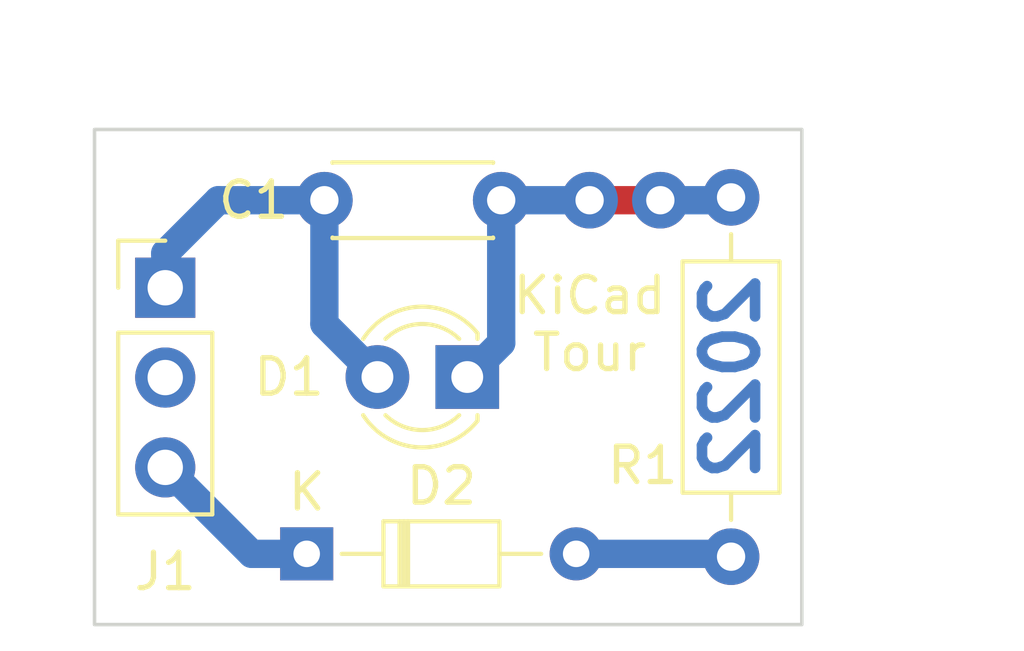
<source format=kicad_pcb>
(kicad_pcb (version 20211014) (generator pcbnew)
  (title_block (title "Kicad Tour 6.0") (date "2022-06-14") (company "Taller de lectrónica y Posgrado de Fiuba"))
  (layers (0 "F.Cu" signal) (31 "B.Cu" signal) (34 "B.Paste" user) (35 "F.Paste" user) (36 "B.SilkS" user "B.Silkscreen") (37 "F.SilkS" user "F.Silkscreen") (38 "B.Mask" user) (39 "F.Mask" user) (44 "Edge.Cuts" user))
  (net 0 "")
  (net 2 "Net-(C1-Pad1)")
  (net 3 "Net-(C1-Pad2)")
  (net 4 "Net-(D2-Pad2)")
  (net 5 "Net-(D2-Pad1)")
  (footprint "LED_THT:LED_D3.0mm" (layer "F.Cu") (at 143.54 99.5 180)
    (fp_text reference "D1" (at 5.04 0) (layer "F.SilkS"))
    (fp_text value "LED 3mm rojo")
    (fp_line (start -0.29 1.08) (end -0.29 1.236) (layer "F.SilkS") (width 0.12))
    (fp_line (start -0.29 -1.236) (end -0.29 -1.08) (layer "F.SilkS") (width 0.12))
    (fp_arc (start 0.229039 -1.08) (mid 1.270117 -1.5) (end 2.31113 -1.079837) (layer "F.SilkS") (width 0.12))
    (fp_arc (start -0.29 -1.235516) (mid 1.366487 -1.987659) (end 2.942335 -1.078608) (layer "F.SilkS") (width 0.12))
    (fp_arc (start 2.942335 1.078608) (mid 1.366487 1.987659) (end -0.29 1.235516) (layer "F.SilkS") (width 0.12))
    (fp_arc (start 2.31113 1.079837) (mid 1.270117 1.5) (end 0.229039 1.08) (layer "F.SilkS") (width 0.12))
    (pad "1" thru_hole rect (at 0 0 180) (size 1.8 1.8) (drill 0.9) (layers *.Cu *.Mask) (net 3 "Net-(C1-Pad2)"))
    (pad "2" thru_hole circle (at 2.54 0 180) (size 1.8 1.8) (drill 0.9) (layers *.Cu *.Mask) (net 2 "Net-(C1-Pad1)"))
  )
  (footprint "Resistor_THT:R_Axial_DIN0207_L6.3mm_D2.5mm_P10.16mm_Horizontal" (layer "F.Cu") (at 151 94.42 -90)
    (fp_text reference "R1" (at 7.58 2.5 180) (layer "F.SilkS"))
    (fp_text value "100 K")
    (fp_line (start 8.35 1.37) (end 8.35 -1.37) (layer "F.SilkS") (width 0.12))
    (fp_line (start 8.35 -1.37) (end 1.81 -1.37) (layer "F.SilkS") (width 0.12))
    (fp_line (start 1.04 0) (end 1.81 0) (layer "F.SilkS") (width 0.12))
    (fp_line (start 1.81 1.37) (end 8.35 1.37) (layer "F.SilkS") (width 0.12))
    (fp_line (start 1.81 -1.37) (end 1.81 1.37) (layer "F.SilkS") (width 0.12))
    (fp_line (start 9.12 0) (end 8.35 0) (layer "F.SilkS") (width 0.12))
    (pad "1" thru_hole circle (at 0 0 270) (size 1.6 1.6) (drill 0.8) (layers *.Cu *.Mask) (net 3 "Net-(C1-Pad2)"))
    (pad "2" thru_hole oval (at 10.16 0 270) (size 1.6 1.6) (drill 0.8) (layers *.Cu *.Mask) (net 4 "Net-(D2-Pad2)"))
  )
  (footprint "Diode_THT:D_DO-34_SOD68_P7.62mm_Horizontal" (layer "F.Cu") (at 139 104.5)
    (fp_text reference "D2" (at 3.81 -1.92) (layer "F.SilkS"))
    (fp_text value "1n4148")
    (fp_text user "K" (at 0 -1.75) (layer "F.SilkS"))
    (fp_line (start 5.45 0.92) (end 5.45 -0.92) (layer "F.SilkS") (width 0.12))
    (fp_line (start 0.99 0) (end 2.17 0) (layer "F.SilkS") (width 0.12))
    (fp_line (start 2.866 -0.92) (end 2.866 0.92) (layer "F.SilkS") (width 0.12))
    (fp_line (start 2.17 -0.92) (end 2.17 0.92) (layer "F.SilkS") (width 0.12))
    (fp_line (start 5.45 -0.92) (end 2.17 -0.92) (layer "F.SilkS") (width 0.12))
    (fp_line (start 2.17 0.92) (end 5.45 0.92) (layer "F.SilkS") (width 0.12))
    (fp_line (start 6.63 0) (end 5.45 0) (layer "F.SilkS") (width 0.12))
    (fp_line (start 2.746 -0.92) (end 2.746 0.92) (layer "F.SilkS") (width 0.12))
    (fp_line (start 2.626 -0.92) (end 2.626 0.92) (layer "F.SilkS") (width 0.12))
    (pad "1" thru_hole rect (at 0 0) (size 1.5 1.5) (drill 0.75) (layers *.Cu *.Mask) (net 5 "Net-(D2-Pad1)"))
    (pad "2" thru_hole oval (at 7.62 0) (size 1.5 1.5) (drill 0.75) (layers *.Cu *.Mask) (net 4 "Net-(D2-Pad2)"))
  )
  (footprint "Connector_PinHeader_2.54mm:PinHeader_1x03_P2.54mm_Vertical" (layer "F.Cu") (at 135 96.975)
    (fp_text reference "J1" (at 0 8.025) (layer "F.SilkS"))
    (fp_text value "Conn_01x03")
    (fp_line (start -1.33 -1.33) (end 0 -1.33) (layer "F.SilkS") (width 0.12))
    (fp_line (start 1.33 1.27) (end 1.33 6.41) (layer "F.SilkS") (width 0.12))
    (fp_line (start -1.33 0) (end -1.33 -1.33) (layer "F.SilkS") (width 0.12))
    (fp_line (start -1.33 1.27) (end 1.33 1.27) (layer "F.SilkS") (width 0.12))
    (fp_line (start -1.33 6.41) (end 1.33 6.41) (layer "F.SilkS") (width 0.12))
    (fp_line (start -1.33 1.27) (end -1.33 6.41) (layer "F.SilkS") (width 0.12))
    (pad "1" thru_hole rect (at 0 0) (size 1.7 1.7) (drill 1) (layers *.Cu *.Mask) (net 2 "Net-(C1-Pad1)"))
    (pad "2" thru_hole oval (at 0 2.54) (size 1.7 1.7) (drill 1) (layers *.Cu *.Mask))
    (pad "3" thru_hole oval (at 0 5.08) (size 1.7 1.7) (drill 1) (layers *.Cu *.Mask) (net 5 "Net-(D2-Pad1)"))
  )
  (footprint "Capacitor_THT:C_Disc_D4.3mm_W1.9mm_P5.00mm" (layer "F.Cu") (at 139.5 94.5)
    (fp_text reference "C1" (at -2 0) (layer "F.SilkS"))
    (fp_text value "100 nF")
    (fp_line (start 4.77 -1.07) (end 4.77 -1.055) (layer "F.SilkS") (width 0.12))
    (fp_line (start 0.23 -1.07) (end 0.23 -1.055) (layer "F.SilkS") (width 0.12))
    (fp_line (start 0.23 -1.07) (end 4.77 -1.07) (layer "F.SilkS") (width 0.12))
    (fp_line (start 4.77 1.055) (end 4.77 1.07) (layer "F.SilkS") (width 0.12))
    (fp_line (start 0.23 1.07) (end 4.77 1.07) (layer "F.SilkS") (width 0.12))
    (fp_line (start 0.23 1.055) (end 0.23 1.07) (layer "F.SilkS") (width 0.12))
    (pad "1" thru_hole circle (at 0 0) (size 1.6 1.6) (drill 0.8) (layers *.Cu *.Mask) (net 2 "Net-(C1-Pad1)"))
    (pad "2" thru_hole circle (at 5 0) (size 1.6 1.6) (drill 0.8) (layers *.Cu *.Mask) (net 3 "Net-(C1-Pad2)"))
  )
  (gr_rect (start 133 92.5) (end 153 106.5) (layer "Edge.Cuts") (width 0.1) (fill none))
  (gr_text "2022" (at 151 99.5 90) (layer "B.Cu") (effects (font (size 1.5 1.5) (thickness 0.3)) (justify mirror)))
  (gr_text "KiCad\nTour" (at 147 98) (layer "F.SilkS") (effects (font (size 1 1))))
  (segment (start 139.5 94.5) (end 139.5 98) (width 0.8) (layer "B.Cu") (net 2))
  (segment (start 135 96.975) (end 135 96) (width 0.8) (layer "B.Cu") (net 2))
  (segment (start 136.5 94.5) (end 139.5 94.5) (width 0.8) (layer "B.Cu") (net 2))
  (segment (start 139.5 98) (end 141 99.5) (width 0.8) (layer "B.Cu") (net 2))
  (segment (start 135 96) (end 136.5 94.5) (width 0.8) (layer "B.Cu") (net 2))
  (segment (start 147 94.5) (end 149 94.5) (width 0.8) (layer "F.Cu") (net 3))
  (via (at 149 94.5) (size 1.6) (drill 0.8) (layers "F.Cu" "B.Cu") (net 3))
  (via (at 147 94.5) (size 1.6) (drill 0.8) (layers "F.Cu" "B.Cu") (net 3))
  (segment (start 149 94.5) (end 150.92 94.5) (width 0.8) (layer "B.Cu") (net 3))
  (segment (start 144.5 94.5) (end 147 94.5) (width 0.8) (layer "B.Cu") (net 3))
  (segment (start 150.92 94.5) (end 151 94.42) (width 0.8) (layer "B.Cu") (net 3))
  (segment (start 144.5 98.54) (end 143.54 99.5) (width 0.8) (layer "B.Cu") (net 3))
  (segment (start 144.5 94.5) (end 144.5 98.54) (width 0.8) (layer "B.Cu") (net 3))
  (segment (start 146.62 104.5) (end 150.92 104.5) (width 0.8) (layer "B.Cu") (net 4))
  (segment (start 150.92 104.5) (end 151 104.58) (width 0.8) (layer "B.Cu") (net 4))
  (segment (start 137.445 104.5) (end 139 104.5) (width 0.8) (layer "B.Cu") (net 5))
  (segment (start 135 102.055) (end 137.445 104.5) (width 0.8) (layer "B.Cu") (net 5))
)
</source>
